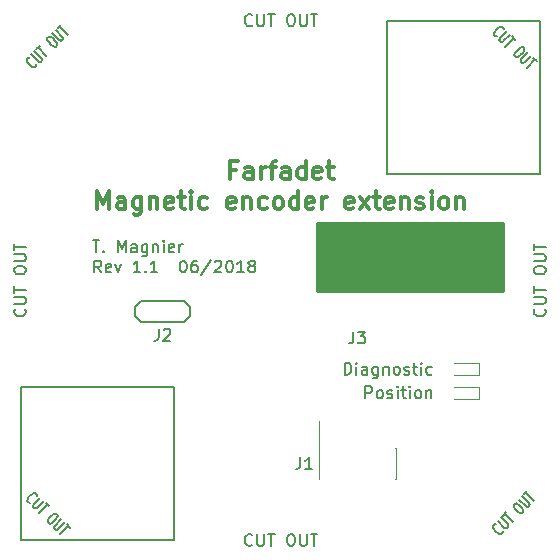
<source format=gto>
G04 #@! TF.FileFunction,Legend,Top*
%FSLAX46Y46*%
G04 Gerber Fmt 4.6, Leading zero omitted, Abs format (unit mm)*
G04 Created by KiCad (PCBNEW 4.0.7) date Tue Jun 12 13:47:43 2018*
%MOMM*%
%LPD*%
G01*
G04 APERTURE LIST*
%ADD10C,0.100000*%
%ADD11C,0.200000*%
%ADD12C,0.300000*%
%ADD13C,0.150000*%
%ADD14C,0.120000*%
%ADD15C,0.254000*%
G04 APERTURE END LIST*
D10*
D11*
X34428571Y21047619D02*
X34428571Y22047619D01*
X34666666Y22047619D01*
X34809524Y22000000D01*
X34904762Y21904762D01*
X34952381Y21809524D01*
X35000000Y21619048D01*
X35000000Y21476190D01*
X34952381Y21285714D01*
X34904762Y21190476D01*
X34809524Y21095238D01*
X34666666Y21047619D01*
X34428571Y21047619D01*
X35428571Y21047619D02*
X35428571Y21714286D01*
X35428571Y22047619D02*
X35380952Y22000000D01*
X35428571Y21952381D01*
X35476190Y22000000D01*
X35428571Y22047619D01*
X35428571Y21952381D01*
X36333333Y21047619D02*
X36333333Y21571429D01*
X36285714Y21666667D01*
X36190476Y21714286D01*
X35999999Y21714286D01*
X35904761Y21666667D01*
X36333333Y21095238D02*
X36238095Y21047619D01*
X35999999Y21047619D01*
X35904761Y21095238D01*
X35857142Y21190476D01*
X35857142Y21285714D01*
X35904761Y21380952D01*
X35999999Y21428571D01*
X36238095Y21428571D01*
X36333333Y21476190D01*
X37238095Y21714286D02*
X37238095Y20904762D01*
X37190476Y20809524D01*
X37142857Y20761905D01*
X37047618Y20714286D01*
X36904761Y20714286D01*
X36809523Y20761905D01*
X37238095Y21095238D02*
X37142857Y21047619D01*
X36952380Y21047619D01*
X36857142Y21095238D01*
X36809523Y21142857D01*
X36761904Y21238095D01*
X36761904Y21523810D01*
X36809523Y21619048D01*
X36857142Y21666667D01*
X36952380Y21714286D01*
X37142857Y21714286D01*
X37238095Y21666667D01*
X37714285Y21714286D02*
X37714285Y21047619D01*
X37714285Y21619048D02*
X37761904Y21666667D01*
X37857142Y21714286D01*
X38000000Y21714286D01*
X38095238Y21666667D01*
X38142857Y21571429D01*
X38142857Y21047619D01*
X38761904Y21047619D02*
X38666666Y21095238D01*
X38619047Y21142857D01*
X38571428Y21238095D01*
X38571428Y21523810D01*
X38619047Y21619048D01*
X38666666Y21666667D01*
X38761904Y21714286D01*
X38904762Y21714286D01*
X39000000Y21666667D01*
X39047619Y21619048D01*
X39095238Y21523810D01*
X39095238Y21238095D01*
X39047619Y21142857D01*
X39000000Y21095238D01*
X38904762Y21047619D01*
X38761904Y21047619D01*
X39476190Y21095238D02*
X39571428Y21047619D01*
X39761904Y21047619D01*
X39857143Y21095238D01*
X39904762Y21190476D01*
X39904762Y21238095D01*
X39857143Y21333333D01*
X39761904Y21380952D01*
X39619047Y21380952D01*
X39523809Y21428571D01*
X39476190Y21523810D01*
X39476190Y21571429D01*
X39523809Y21666667D01*
X39619047Y21714286D01*
X39761904Y21714286D01*
X39857143Y21666667D01*
X40190476Y21714286D02*
X40571428Y21714286D01*
X40333333Y22047619D02*
X40333333Y21190476D01*
X40380952Y21095238D01*
X40476190Y21047619D01*
X40571428Y21047619D01*
X40904762Y21047619D02*
X40904762Y21714286D01*
X40904762Y22047619D02*
X40857143Y22000000D01*
X40904762Y21952381D01*
X40952381Y22000000D01*
X40904762Y22047619D01*
X40904762Y21952381D01*
X41809524Y21095238D02*
X41714286Y21047619D01*
X41523809Y21047619D01*
X41428571Y21095238D01*
X41380952Y21142857D01*
X41333333Y21238095D01*
X41333333Y21523810D01*
X41380952Y21619048D01*
X41428571Y21666667D01*
X41523809Y21714286D01*
X41714286Y21714286D01*
X41809524Y21666667D01*
X36190476Y19047619D02*
X36190476Y20047619D01*
X36571429Y20047619D01*
X36666667Y20000000D01*
X36714286Y19952381D01*
X36761905Y19857143D01*
X36761905Y19714286D01*
X36714286Y19619048D01*
X36666667Y19571429D01*
X36571429Y19523810D01*
X36190476Y19523810D01*
X37333333Y19047619D02*
X37238095Y19095238D01*
X37190476Y19142857D01*
X37142857Y19238095D01*
X37142857Y19523810D01*
X37190476Y19619048D01*
X37238095Y19666667D01*
X37333333Y19714286D01*
X37476191Y19714286D01*
X37571429Y19666667D01*
X37619048Y19619048D01*
X37666667Y19523810D01*
X37666667Y19238095D01*
X37619048Y19142857D01*
X37571429Y19095238D01*
X37476191Y19047619D01*
X37333333Y19047619D01*
X38047619Y19095238D02*
X38142857Y19047619D01*
X38333333Y19047619D01*
X38428572Y19095238D01*
X38476191Y19190476D01*
X38476191Y19238095D01*
X38428572Y19333333D01*
X38333333Y19380952D01*
X38190476Y19380952D01*
X38095238Y19428571D01*
X38047619Y19523810D01*
X38047619Y19571429D01*
X38095238Y19666667D01*
X38190476Y19714286D01*
X38333333Y19714286D01*
X38428572Y19666667D01*
X38904762Y19047619D02*
X38904762Y19714286D01*
X38904762Y20047619D02*
X38857143Y20000000D01*
X38904762Y19952381D01*
X38952381Y20000000D01*
X38904762Y20047619D01*
X38904762Y19952381D01*
X39238095Y19714286D02*
X39619047Y19714286D01*
X39380952Y20047619D02*
X39380952Y19190476D01*
X39428571Y19095238D01*
X39523809Y19047619D01*
X39619047Y19047619D01*
X39952381Y19047619D02*
X39952381Y19714286D01*
X39952381Y20047619D02*
X39904762Y20000000D01*
X39952381Y19952381D01*
X40000000Y20000000D01*
X39952381Y20047619D01*
X39952381Y19952381D01*
X40571428Y19047619D02*
X40476190Y19095238D01*
X40428571Y19142857D01*
X40380952Y19238095D01*
X40380952Y19523810D01*
X40428571Y19619048D01*
X40476190Y19666667D01*
X40571428Y19714286D01*
X40714286Y19714286D01*
X40809524Y19666667D01*
X40857143Y19619048D01*
X40904762Y19523810D01*
X40904762Y19238095D01*
X40857143Y19142857D01*
X40809524Y19095238D01*
X40714286Y19047619D01*
X40571428Y19047619D01*
X41333333Y19714286D02*
X41333333Y19047619D01*
X41333333Y19619048D02*
X41380952Y19666667D01*
X41476190Y19714286D01*
X41619048Y19714286D01*
X41714286Y19666667D01*
X41761905Y19571429D01*
X41761905Y19047619D01*
X13095238Y32397619D02*
X13666667Y32397619D01*
X13380952Y31397619D02*
X13380952Y32397619D01*
X14000000Y31492857D02*
X14047619Y31445238D01*
X14000000Y31397619D01*
X13952381Y31445238D01*
X14000000Y31492857D01*
X14000000Y31397619D01*
X15238095Y31397619D02*
X15238095Y32397619D01*
X15571429Y31683333D01*
X15904762Y32397619D01*
X15904762Y31397619D01*
X16809524Y31397619D02*
X16809524Y31921429D01*
X16761905Y32016667D01*
X16666667Y32064286D01*
X16476190Y32064286D01*
X16380952Y32016667D01*
X16809524Y31445238D02*
X16714286Y31397619D01*
X16476190Y31397619D01*
X16380952Y31445238D01*
X16333333Y31540476D01*
X16333333Y31635714D01*
X16380952Y31730952D01*
X16476190Y31778571D01*
X16714286Y31778571D01*
X16809524Y31826190D01*
X17714286Y32064286D02*
X17714286Y31254762D01*
X17666667Y31159524D01*
X17619048Y31111905D01*
X17523809Y31064286D01*
X17380952Y31064286D01*
X17285714Y31111905D01*
X17714286Y31445238D02*
X17619048Y31397619D01*
X17428571Y31397619D01*
X17333333Y31445238D01*
X17285714Y31492857D01*
X17238095Y31588095D01*
X17238095Y31873810D01*
X17285714Y31969048D01*
X17333333Y32016667D01*
X17428571Y32064286D01*
X17619048Y32064286D01*
X17714286Y32016667D01*
X18190476Y32064286D02*
X18190476Y31397619D01*
X18190476Y31969048D02*
X18238095Y32016667D01*
X18333333Y32064286D01*
X18476191Y32064286D01*
X18571429Y32016667D01*
X18619048Y31921429D01*
X18619048Y31397619D01*
X19095238Y31397619D02*
X19095238Y32064286D01*
X19095238Y32397619D02*
X19047619Y32350000D01*
X19095238Y32302381D01*
X19142857Y32350000D01*
X19095238Y32397619D01*
X19095238Y32302381D01*
X19952381Y31445238D02*
X19857143Y31397619D01*
X19666666Y31397619D01*
X19571428Y31445238D01*
X19523809Y31540476D01*
X19523809Y31921429D01*
X19571428Y32016667D01*
X19666666Y32064286D01*
X19857143Y32064286D01*
X19952381Y32016667D01*
X20000000Y31921429D01*
X20000000Y31826190D01*
X19523809Y31730952D01*
X20428571Y31397619D02*
X20428571Y32064286D01*
X20428571Y31873810D02*
X20476190Y31969048D01*
X20523809Y32016667D01*
X20619047Y32064286D01*
X20714286Y32064286D01*
X13809524Y29697619D02*
X13476190Y30173810D01*
X13238095Y29697619D02*
X13238095Y30697619D01*
X13619048Y30697619D01*
X13714286Y30650000D01*
X13761905Y30602381D01*
X13809524Y30507143D01*
X13809524Y30364286D01*
X13761905Y30269048D01*
X13714286Y30221429D01*
X13619048Y30173810D01*
X13238095Y30173810D01*
X14619048Y29745238D02*
X14523810Y29697619D01*
X14333333Y29697619D01*
X14238095Y29745238D01*
X14190476Y29840476D01*
X14190476Y30221429D01*
X14238095Y30316667D01*
X14333333Y30364286D01*
X14523810Y30364286D01*
X14619048Y30316667D01*
X14666667Y30221429D01*
X14666667Y30126190D01*
X14190476Y30030952D01*
X15000000Y30364286D02*
X15238095Y29697619D01*
X15476191Y30364286D01*
X17142858Y29697619D02*
X16571429Y29697619D01*
X16857143Y29697619D02*
X16857143Y30697619D01*
X16761905Y30554762D01*
X16666667Y30459524D01*
X16571429Y30411905D01*
X17571429Y29792857D02*
X17619048Y29745238D01*
X17571429Y29697619D01*
X17523810Y29745238D01*
X17571429Y29792857D01*
X17571429Y29697619D01*
X18571429Y29697619D02*
X18000000Y29697619D01*
X18285714Y29697619D02*
X18285714Y30697619D01*
X18190476Y30554762D01*
X18095238Y30459524D01*
X18000000Y30411905D01*
X20714286Y30697619D02*
X20809525Y30697619D01*
X20904763Y30650000D01*
X20952382Y30602381D01*
X21000001Y30507143D01*
X21047620Y30316667D01*
X21047620Y30078571D01*
X21000001Y29888095D01*
X20952382Y29792857D01*
X20904763Y29745238D01*
X20809525Y29697619D01*
X20714286Y29697619D01*
X20619048Y29745238D01*
X20571429Y29792857D01*
X20523810Y29888095D01*
X20476191Y30078571D01*
X20476191Y30316667D01*
X20523810Y30507143D01*
X20571429Y30602381D01*
X20619048Y30650000D01*
X20714286Y30697619D01*
X21904763Y30697619D02*
X21714286Y30697619D01*
X21619048Y30650000D01*
X21571429Y30602381D01*
X21476191Y30459524D01*
X21428572Y30269048D01*
X21428572Y29888095D01*
X21476191Y29792857D01*
X21523810Y29745238D01*
X21619048Y29697619D01*
X21809525Y29697619D01*
X21904763Y29745238D01*
X21952382Y29792857D01*
X22000001Y29888095D01*
X22000001Y30126190D01*
X21952382Y30221429D01*
X21904763Y30269048D01*
X21809525Y30316667D01*
X21619048Y30316667D01*
X21523810Y30269048D01*
X21476191Y30221429D01*
X21428572Y30126190D01*
X23142858Y30745238D02*
X22285715Y29459524D01*
X23428572Y30602381D02*
X23476191Y30650000D01*
X23571429Y30697619D01*
X23809525Y30697619D01*
X23904763Y30650000D01*
X23952382Y30602381D01*
X24000001Y30507143D01*
X24000001Y30411905D01*
X23952382Y30269048D01*
X23380953Y29697619D01*
X24000001Y29697619D01*
X24619048Y30697619D02*
X24714287Y30697619D01*
X24809525Y30650000D01*
X24857144Y30602381D01*
X24904763Y30507143D01*
X24952382Y30316667D01*
X24952382Y30078571D01*
X24904763Y29888095D01*
X24857144Y29792857D01*
X24809525Y29745238D01*
X24714287Y29697619D01*
X24619048Y29697619D01*
X24523810Y29745238D01*
X24476191Y29792857D01*
X24428572Y29888095D01*
X24380953Y30078571D01*
X24380953Y30316667D01*
X24428572Y30507143D01*
X24476191Y30602381D01*
X24523810Y30650000D01*
X24619048Y30697619D01*
X25904763Y29697619D02*
X25333334Y29697619D01*
X25619048Y29697619D02*
X25619048Y30697619D01*
X25523810Y30554762D01*
X25428572Y30459524D01*
X25333334Y30411905D01*
X26476191Y30269048D02*
X26380953Y30316667D01*
X26333334Y30364286D01*
X26285715Y30459524D01*
X26285715Y30507143D01*
X26333334Y30602381D01*
X26380953Y30650000D01*
X26476191Y30697619D01*
X26666668Y30697619D01*
X26761906Y30650000D01*
X26809525Y30602381D01*
X26857144Y30507143D01*
X26857144Y30459524D01*
X26809525Y30364286D01*
X26761906Y30316667D01*
X26666668Y30269048D01*
X26476191Y30269048D01*
X26380953Y30221429D01*
X26333334Y30173810D01*
X26285715Y30078571D01*
X26285715Y29888095D01*
X26333334Y29792857D01*
X26380953Y29745238D01*
X26476191Y29697619D01*
X26666668Y29697619D01*
X26761906Y29745238D01*
X26809525Y29792857D01*
X26857144Y29888095D01*
X26857144Y30078571D01*
X26809525Y30173810D01*
X26761906Y30221429D01*
X26666668Y30269048D01*
D12*
X25214286Y38382143D02*
X24714286Y38382143D01*
X24714286Y37596429D02*
X24714286Y39096429D01*
X25428572Y39096429D01*
X26642857Y37596429D02*
X26642857Y38382143D01*
X26571428Y38525000D01*
X26428571Y38596429D01*
X26142857Y38596429D01*
X26000000Y38525000D01*
X26642857Y37667857D02*
X26500000Y37596429D01*
X26142857Y37596429D01*
X26000000Y37667857D01*
X25928571Y37810714D01*
X25928571Y37953571D01*
X26000000Y38096429D01*
X26142857Y38167857D01*
X26500000Y38167857D01*
X26642857Y38239286D01*
X27357143Y37596429D02*
X27357143Y38596429D01*
X27357143Y38310714D02*
X27428571Y38453571D01*
X27500000Y38525000D01*
X27642857Y38596429D01*
X27785714Y38596429D01*
X28071428Y38596429D02*
X28642857Y38596429D01*
X28285714Y37596429D02*
X28285714Y38882143D01*
X28357142Y39025000D01*
X28500000Y39096429D01*
X28642857Y39096429D01*
X29785714Y37596429D02*
X29785714Y38382143D01*
X29714285Y38525000D01*
X29571428Y38596429D01*
X29285714Y38596429D01*
X29142857Y38525000D01*
X29785714Y37667857D02*
X29642857Y37596429D01*
X29285714Y37596429D01*
X29142857Y37667857D01*
X29071428Y37810714D01*
X29071428Y37953571D01*
X29142857Y38096429D01*
X29285714Y38167857D01*
X29642857Y38167857D01*
X29785714Y38239286D01*
X31142857Y37596429D02*
X31142857Y39096429D01*
X31142857Y37667857D02*
X31000000Y37596429D01*
X30714286Y37596429D01*
X30571428Y37667857D01*
X30500000Y37739286D01*
X30428571Y37882143D01*
X30428571Y38310714D01*
X30500000Y38453571D01*
X30571428Y38525000D01*
X30714286Y38596429D01*
X31000000Y38596429D01*
X31142857Y38525000D01*
X32428571Y37667857D02*
X32285714Y37596429D01*
X32000000Y37596429D01*
X31857143Y37667857D01*
X31785714Y37810714D01*
X31785714Y38382143D01*
X31857143Y38525000D01*
X32000000Y38596429D01*
X32285714Y38596429D01*
X32428571Y38525000D01*
X32500000Y38382143D01*
X32500000Y38239286D01*
X31785714Y38096429D01*
X32928571Y38596429D02*
X33500000Y38596429D01*
X33142857Y39096429D02*
X33142857Y37810714D01*
X33214285Y37667857D01*
X33357143Y37596429D01*
X33500000Y37596429D01*
X13500000Y35046429D02*
X13500000Y36546429D01*
X14000000Y35475000D01*
X14500000Y36546429D01*
X14500000Y35046429D01*
X15857143Y35046429D02*
X15857143Y35832143D01*
X15785714Y35975000D01*
X15642857Y36046429D01*
X15357143Y36046429D01*
X15214286Y35975000D01*
X15857143Y35117857D02*
X15714286Y35046429D01*
X15357143Y35046429D01*
X15214286Y35117857D01*
X15142857Y35260714D01*
X15142857Y35403571D01*
X15214286Y35546429D01*
X15357143Y35617857D01*
X15714286Y35617857D01*
X15857143Y35689286D01*
X17214286Y36046429D02*
X17214286Y34832143D01*
X17142857Y34689286D01*
X17071429Y34617857D01*
X16928572Y34546429D01*
X16714286Y34546429D01*
X16571429Y34617857D01*
X17214286Y35117857D02*
X17071429Y35046429D01*
X16785715Y35046429D01*
X16642857Y35117857D01*
X16571429Y35189286D01*
X16500000Y35332143D01*
X16500000Y35760714D01*
X16571429Y35903571D01*
X16642857Y35975000D01*
X16785715Y36046429D01*
X17071429Y36046429D01*
X17214286Y35975000D01*
X17928572Y36046429D02*
X17928572Y35046429D01*
X17928572Y35903571D02*
X18000000Y35975000D01*
X18142858Y36046429D01*
X18357143Y36046429D01*
X18500000Y35975000D01*
X18571429Y35832143D01*
X18571429Y35046429D01*
X19857143Y35117857D02*
X19714286Y35046429D01*
X19428572Y35046429D01*
X19285715Y35117857D01*
X19214286Y35260714D01*
X19214286Y35832143D01*
X19285715Y35975000D01*
X19428572Y36046429D01*
X19714286Y36046429D01*
X19857143Y35975000D01*
X19928572Y35832143D01*
X19928572Y35689286D01*
X19214286Y35546429D01*
X20357143Y36046429D02*
X20928572Y36046429D01*
X20571429Y36546429D02*
X20571429Y35260714D01*
X20642857Y35117857D01*
X20785715Y35046429D01*
X20928572Y35046429D01*
X21428572Y35046429D02*
X21428572Y36046429D01*
X21428572Y36546429D02*
X21357143Y36475000D01*
X21428572Y36403571D01*
X21500000Y36475000D01*
X21428572Y36546429D01*
X21428572Y36403571D01*
X22785715Y35117857D02*
X22642858Y35046429D01*
X22357144Y35046429D01*
X22214286Y35117857D01*
X22142858Y35189286D01*
X22071429Y35332143D01*
X22071429Y35760714D01*
X22142858Y35903571D01*
X22214286Y35975000D01*
X22357144Y36046429D01*
X22642858Y36046429D01*
X22785715Y35975000D01*
X25142857Y35117857D02*
X25000000Y35046429D01*
X24714286Y35046429D01*
X24571429Y35117857D01*
X24500000Y35260714D01*
X24500000Y35832143D01*
X24571429Y35975000D01*
X24714286Y36046429D01*
X25000000Y36046429D01*
X25142857Y35975000D01*
X25214286Y35832143D01*
X25214286Y35689286D01*
X24500000Y35546429D01*
X25857143Y36046429D02*
X25857143Y35046429D01*
X25857143Y35903571D02*
X25928571Y35975000D01*
X26071429Y36046429D01*
X26285714Y36046429D01*
X26428571Y35975000D01*
X26500000Y35832143D01*
X26500000Y35046429D01*
X27857143Y35117857D02*
X27714286Y35046429D01*
X27428572Y35046429D01*
X27285714Y35117857D01*
X27214286Y35189286D01*
X27142857Y35332143D01*
X27142857Y35760714D01*
X27214286Y35903571D01*
X27285714Y35975000D01*
X27428572Y36046429D01*
X27714286Y36046429D01*
X27857143Y35975000D01*
X28714286Y35046429D02*
X28571428Y35117857D01*
X28500000Y35189286D01*
X28428571Y35332143D01*
X28428571Y35760714D01*
X28500000Y35903571D01*
X28571428Y35975000D01*
X28714286Y36046429D01*
X28928571Y36046429D01*
X29071428Y35975000D01*
X29142857Y35903571D01*
X29214286Y35760714D01*
X29214286Y35332143D01*
X29142857Y35189286D01*
X29071428Y35117857D01*
X28928571Y35046429D01*
X28714286Y35046429D01*
X30500000Y35046429D02*
X30500000Y36546429D01*
X30500000Y35117857D02*
X30357143Y35046429D01*
X30071429Y35046429D01*
X29928571Y35117857D01*
X29857143Y35189286D01*
X29785714Y35332143D01*
X29785714Y35760714D01*
X29857143Y35903571D01*
X29928571Y35975000D01*
X30071429Y36046429D01*
X30357143Y36046429D01*
X30500000Y35975000D01*
X31785714Y35117857D02*
X31642857Y35046429D01*
X31357143Y35046429D01*
X31214286Y35117857D01*
X31142857Y35260714D01*
X31142857Y35832143D01*
X31214286Y35975000D01*
X31357143Y36046429D01*
X31642857Y36046429D01*
X31785714Y35975000D01*
X31857143Y35832143D01*
X31857143Y35689286D01*
X31142857Y35546429D01*
X32500000Y35046429D02*
X32500000Y36046429D01*
X32500000Y35760714D02*
X32571428Y35903571D01*
X32642857Y35975000D01*
X32785714Y36046429D01*
X32928571Y36046429D01*
X35142856Y35117857D02*
X34999999Y35046429D01*
X34714285Y35046429D01*
X34571428Y35117857D01*
X34499999Y35260714D01*
X34499999Y35832143D01*
X34571428Y35975000D01*
X34714285Y36046429D01*
X34999999Y36046429D01*
X35142856Y35975000D01*
X35214285Y35832143D01*
X35214285Y35689286D01*
X34499999Y35546429D01*
X35714285Y35046429D02*
X36499999Y36046429D01*
X35714285Y36046429D02*
X36499999Y35046429D01*
X36857142Y36046429D02*
X37428571Y36046429D01*
X37071428Y36546429D02*
X37071428Y35260714D01*
X37142856Y35117857D01*
X37285714Y35046429D01*
X37428571Y35046429D01*
X38499999Y35117857D02*
X38357142Y35046429D01*
X38071428Y35046429D01*
X37928571Y35117857D01*
X37857142Y35260714D01*
X37857142Y35832143D01*
X37928571Y35975000D01*
X38071428Y36046429D01*
X38357142Y36046429D01*
X38499999Y35975000D01*
X38571428Y35832143D01*
X38571428Y35689286D01*
X37857142Y35546429D01*
X39214285Y36046429D02*
X39214285Y35046429D01*
X39214285Y35903571D02*
X39285713Y35975000D01*
X39428571Y36046429D01*
X39642856Y36046429D01*
X39785713Y35975000D01*
X39857142Y35832143D01*
X39857142Y35046429D01*
X40499999Y35117857D02*
X40642856Y35046429D01*
X40928571Y35046429D01*
X41071428Y35117857D01*
X41142856Y35260714D01*
X41142856Y35332143D01*
X41071428Y35475000D01*
X40928571Y35546429D01*
X40714285Y35546429D01*
X40571428Y35617857D01*
X40499999Y35760714D01*
X40499999Y35832143D01*
X40571428Y35975000D01*
X40714285Y36046429D01*
X40928571Y36046429D01*
X41071428Y35975000D01*
X41785714Y35046429D02*
X41785714Y36046429D01*
X41785714Y36546429D02*
X41714285Y36475000D01*
X41785714Y36403571D01*
X41857142Y36475000D01*
X41785714Y36546429D01*
X41785714Y36403571D01*
X42714286Y35046429D02*
X42571428Y35117857D01*
X42500000Y35189286D01*
X42428571Y35332143D01*
X42428571Y35760714D01*
X42500000Y35903571D01*
X42571428Y35975000D01*
X42714286Y36046429D01*
X42928571Y36046429D01*
X43071428Y35975000D01*
X43142857Y35903571D01*
X43214286Y35760714D01*
X43214286Y35332143D01*
X43142857Y35189286D01*
X43071428Y35117857D01*
X42928571Y35046429D01*
X42714286Y35046429D01*
X43857143Y36046429D02*
X43857143Y35046429D01*
X43857143Y35903571D02*
X43928571Y35975000D01*
X44071429Y36046429D01*
X44285714Y36046429D01*
X44428571Y35975000D01*
X44500000Y35832143D01*
X44500000Y35046429D01*
D13*
X47812243Y7807166D02*
X47822344Y7749924D01*
X47785305Y7645541D01*
X47738165Y7598401D01*
X47633782Y7561363D01*
X47519298Y7581565D01*
X47428385Y7625339D01*
X47270127Y7736455D01*
X47169111Y7837471D01*
X47057995Y7995728D01*
X47014222Y8086642D01*
X46994019Y8201126D01*
X47031058Y8305508D01*
X47078198Y8352648D01*
X47182580Y8389687D01*
X47239823Y8379586D01*
X47384611Y8659062D02*
X47957031Y8086642D01*
X48047945Y8042868D01*
X48105186Y8032767D01*
X48185999Y8046236D01*
X48280280Y8140516D01*
X48293749Y8221329D01*
X48283647Y8278570D01*
X48239874Y8369484D01*
X47667454Y8941904D01*
X47832446Y9106896D02*
X48115288Y9389738D01*
X48680974Y8541210D02*
X47973867Y9248317D01*
X48751684Y10026134D02*
X48845964Y10120415D01*
X48926777Y10133883D01*
X49041261Y10113681D01*
X49199518Y10002564D01*
X49435220Y9766861D01*
X49546337Y9608604D01*
X49566540Y9494120D01*
X49553071Y9413308D01*
X49458790Y9319027D01*
X49377978Y9305558D01*
X49263495Y9325762D01*
X49105237Y9436878D01*
X48869534Y9672580D01*
X48758418Y9830838D01*
X48738215Y9945321D01*
X48751684Y10026134D01*
X49175948Y10450398D02*
X49748368Y9877978D01*
X49839281Y9834205D01*
X49896523Y9824103D01*
X49977335Y9837572D01*
X50071616Y9931852D01*
X50085085Y10012665D01*
X50074983Y10069907D01*
X50031210Y10160821D01*
X49458790Y10733241D01*
X49623782Y10898232D02*
X49906624Y11181075D01*
X50472310Y10332547D02*
X49765203Y11039653D01*
X8312243Y47307166D02*
X8322344Y47249924D01*
X8285305Y47145541D01*
X8238165Y47098401D01*
X8133782Y47061363D01*
X8019298Y47081565D01*
X7928385Y47125339D01*
X7770127Y47236455D01*
X7669111Y47337471D01*
X7557995Y47495728D01*
X7514222Y47586642D01*
X7494019Y47701126D01*
X7531058Y47805508D01*
X7578198Y47852648D01*
X7682580Y47889687D01*
X7739823Y47879586D01*
X7884611Y48159062D02*
X8457031Y47586642D01*
X8547945Y47542868D01*
X8605186Y47532767D01*
X8685999Y47546236D01*
X8780280Y47640516D01*
X8793749Y47721329D01*
X8783647Y47778570D01*
X8739874Y47869484D01*
X8167454Y48441904D01*
X8332446Y48606896D02*
X8615288Y48889738D01*
X9180974Y48041210D02*
X8473867Y48748317D01*
X9251684Y49526134D02*
X9345964Y49620415D01*
X9426777Y49633883D01*
X9541261Y49613681D01*
X9699518Y49502564D01*
X9935220Y49266861D01*
X10046337Y49108604D01*
X10066540Y48994120D01*
X10053071Y48913308D01*
X9958790Y48819027D01*
X9877978Y48805558D01*
X9763495Y48825762D01*
X9605237Y48936878D01*
X9369534Y49172580D01*
X9258418Y49330838D01*
X9238215Y49445321D01*
X9251684Y49526134D01*
X9675948Y49950398D02*
X10248368Y49377978D01*
X10339281Y49334205D01*
X10396523Y49324103D01*
X10477335Y49337572D01*
X10571616Y49431852D01*
X10585085Y49512665D01*
X10574983Y49569907D01*
X10531210Y49660821D01*
X9958790Y50233241D01*
X10123782Y50398232D02*
X10406624Y50681075D01*
X10972310Y49832547D02*
X10265203Y50539653D01*
X47307166Y49687757D02*
X47249924Y49677656D01*
X47145541Y49714695D01*
X47098401Y49761835D01*
X47061363Y49866218D01*
X47081565Y49980702D01*
X47125339Y50071615D01*
X47236455Y50229873D01*
X47337471Y50330889D01*
X47495728Y50442005D01*
X47586642Y50485778D01*
X47701126Y50505981D01*
X47805508Y50468942D01*
X47852648Y50421802D01*
X47889687Y50317420D01*
X47879586Y50260177D01*
X48159062Y50115389D02*
X47586642Y49542969D01*
X47542868Y49452055D01*
X47532767Y49394814D01*
X47546236Y49314001D01*
X47640516Y49219720D01*
X47721329Y49206251D01*
X47778570Y49216353D01*
X47869484Y49260126D01*
X48441904Y49832546D01*
X48606896Y49667554D02*
X48889738Y49384712D01*
X48041210Y48819026D02*
X48748317Y49526133D01*
X49526134Y48748316D02*
X49620415Y48654036D01*
X49633883Y48573223D01*
X49613681Y48458739D01*
X49502564Y48300482D01*
X49266861Y48064780D01*
X49108604Y47953663D01*
X48994120Y47933460D01*
X48913308Y47946929D01*
X48819027Y48041210D01*
X48805558Y48122022D01*
X48825762Y48236505D01*
X48936878Y48394763D01*
X49172580Y48630466D01*
X49330838Y48741582D01*
X49445321Y48761785D01*
X49526134Y48748316D01*
X49950398Y48324052D02*
X49377978Y47751632D01*
X49334205Y47660719D01*
X49324103Y47603477D01*
X49337572Y47522665D01*
X49431852Y47428384D01*
X49512665Y47414915D01*
X49569907Y47425017D01*
X49660821Y47468790D01*
X50233241Y48041210D01*
X50398232Y47876218D02*
X50681075Y47593376D01*
X49832547Y47027690D02*
X50539653Y47734797D01*
X7807166Y10187757D02*
X7749924Y10177656D01*
X7645541Y10214695D01*
X7598401Y10261835D01*
X7561363Y10366218D01*
X7581565Y10480702D01*
X7625339Y10571615D01*
X7736455Y10729873D01*
X7837471Y10830889D01*
X7995728Y10942005D01*
X8086642Y10985778D01*
X8201126Y11005981D01*
X8305508Y10968942D01*
X8352648Y10921802D01*
X8389687Y10817420D01*
X8379586Y10760177D01*
X8659062Y10615389D02*
X8086642Y10042969D01*
X8042868Y9952055D01*
X8032767Y9894814D01*
X8046236Y9814001D01*
X8140516Y9719720D01*
X8221329Y9706251D01*
X8278570Y9716353D01*
X8369484Y9760126D01*
X8941904Y10332546D01*
X9106896Y10167554D02*
X9389738Y9884712D01*
X8541210Y9319026D02*
X9248317Y10026133D01*
X10026134Y9248316D02*
X10120415Y9154036D01*
X10133883Y9073223D01*
X10113681Y8958739D01*
X10002564Y8800482D01*
X9766861Y8564780D01*
X9608604Y8453663D01*
X9494120Y8433460D01*
X9413308Y8446929D01*
X9319027Y8541210D01*
X9305558Y8622022D01*
X9325762Y8736505D01*
X9436878Y8894763D01*
X9672580Y9130466D01*
X9830838Y9241582D01*
X9945321Y9261785D01*
X10026134Y9248316D01*
X10450398Y8824052D02*
X9877978Y8251632D01*
X9834205Y8160719D01*
X9824103Y8103477D01*
X9837572Y8022665D01*
X9931852Y7928384D01*
X10012665Y7914915D01*
X10069907Y7925017D01*
X10160821Y7968790D01*
X10733241Y8541210D01*
X10898232Y8376218D02*
X11181075Y8093376D01*
X10332547Y7527690D02*
X11039653Y8234797D01*
D11*
X51000000Y51000000D02*
X38000000Y51000000D01*
X51000000Y38000000D02*
X51000000Y51000000D01*
X38000000Y38000000D02*
X51000000Y38000000D01*
X38000000Y51000000D02*
X38000000Y38000000D01*
X7000000Y20000000D02*
X20000000Y20000000D01*
X7000000Y7000000D02*
X7000000Y20000000D01*
X20000000Y7000000D02*
X7000000Y7000000D01*
X20000000Y20000000D02*
X20000000Y7000000D01*
D13*
X26595238Y6642857D02*
X26547619Y6595238D01*
X26404762Y6547619D01*
X26309524Y6547619D01*
X26166666Y6595238D01*
X26071428Y6690476D01*
X26023809Y6785714D01*
X25976190Y6976190D01*
X25976190Y7119048D01*
X26023809Y7309524D01*
X26071428Y7404762D01*
X26166666Y7500000D01*
X26309524Y7547619D01*
X26404762Y7547619D01*
X26547619Y7500000D01*
X26595238Y7452381D01*
X27023809Y7547619D02*
X27023809Y6738095D01*
X27071428Y6642857D01*
X27119047Y6595238D01*
X27214285Y6547619D01*
X27404762Y6547619D01*
X27500000Y6595238D01*
X27547619Y6642857D01*
X27595238Y6738095D01*
X27595238Y7547619D01*
X27928571Y7547619D02*
X28500000Y7547619D01*
X28214285Y6547619D02*
X28214285Y7547619D01*
X29785714Y7547619D02*
X29976191Y7547619D01*
X30071429Y7500000D01*
X30166667Y7404762D01*
X30214286Y7214286D01*
X30214286Y6880952D01*
X30166667Y6690476D01*
X30071429Y6595238D01*
X29976191Y6547619D01*
X29785714Y6547619D01*
X29690476Y6595238D01*
X29595238Y6690476D01*
X29547619Y6880952D01*
X29547619Y7214286D01*
X29595238Y7404762D01*
X29690476Y7500000D01*
X29785714Y7547619D01*
X30642857Y7547619D02*
X30642857Y6738095D01*
X30690476Y6642857D01*
X30738095Y6595238D01*
X30833333Y6547619D01*
X31023810Y6547619D01*
X31119048Y6595238D01*
X31166667Y6642857D01*
X31214286Y6738095D01*
X31214286Y7547619D01*
X31547619Y7547619D02*
X32119048Y7547619D01*
X31833333Y6547619D02*
X31833333Y7547619D01*
X51357143Y26595238D02*
X51404762Y26547619D01*
X51452381Y26404762D01*
X51452381Y26309524D01*
X51404762Y26166666D01*
X51309524Y26071428D01*
X51214286Y26023809D01*
X51023810Y25976190D01*
X50880952Y25976190D01*
X50690476Y26023809D01*
X50595238Y26071428D01*
X50500000Y26166666D01*
X50452381Y26309524D01*
X50452381Y26404762D01*
X50500000Y26547619D01*
X50547619Y26595238D01*
X50452381Y27023809D02*
X51261905Y27023809D01*
X51357143Y27071428D01*
X51404762Y27119047D01*
X51452381Y27214285D01*
X51452381Y27404762D01*
X51404762Y27500000D01*
X51357143Y27547619D01*
X51261905Y27595238D01*
X50452381Y27595238D01*
X50452381Y27928571D02*
X50452381Y28500000D01*
X51452381Y28214285D02*
X50452381Y28214285D01*
X50452381Y29785714D02*
X50452381Y29976191D01*
X50500000Y30071429D01*
X50595238Y30166667D01*
X50785714Y30214286D01*
X51119048Y30214286D01*
X51309524Y30166667D01*
X51404762Y30071429D01*
X51452381Y29976191D01*
X51452381Y29785714D01*
X51404762Y29690476D01*
X51309524Y29595238D01*
X51119048Y29547619D01*
X50785714Y29547619D01*
X50595238Y29595238D01*
X50500000Y29690476D01*
X50452381Y29785714D01*
X50452381Y30642857D02*
X51261905Y30642857D01*
X51357143Y30690476D01*
X51404762Y30738095D01*
X51452381Y30833333D01*
X51452381Y31023810D01*
X51404762Y31119048D01*
X51357143Y31166667D01*
X51261905Y31214286D01*
X50452381Y31214286D01*
X50452381Y31547619D02*
X50452381Y32119048D01*
X51452381Y31833333D02*
X50452381Y31833333D01*
X7357143Y26595238D02*
X7404762Y26547619D01*
X7452381Y26404762D01*
X7452381Y26309524D01*
X7404762Y26166666D01*
X7309524Y26071428D01*
X7214286Y26023809D01*
X7023810Y25976190D01*
X6880952Y25976190D01*
X6690476Y26023809D01*
X6595238Y26071428D01*
X6500000Y26166666D01*
X6452381Y26309524D01*
X6452381Y26404762D01*
X6500000Y26547619D01*
X6547619Y26595238D01*
X6452381Y27023809D02*
X7261905Y27023809D01*
X7357143Y27071428D01*
X7404762Y27119047D01*
X7452381Y27214285D01*
X7452381Y27404762D01*
X7404762Y27500000D01*
X7357143Y27547619D01*
X7261905Y27595238D01*
X6452381Y27595238D01*
X6452381Y27928571D02*
X6452381Y28500000D01*
X7452381Y28214285D02*
X6452381Y28214285D01*
X6452381Y29785714D02*
X6452381Y29976191D01*
X6500000Y30071429D01*
X6595238Y30166667D01*
X6785714Y30214286D01*
X7119048Y30214286D01*
X7309524Y30166667D01*
X7404762Y30071429D01*
X7452381Y29976191D01*
X7452381Y29785714D01*
X7404762Y29690476D01*
X7309524Y29595238D01*
X7119048Y29547619D01*
X6785714Y29547619D01*
X6595238Y29595238D01*
X6500000Y29690476D01*
X6452381Y29785714D01*
X6452381Y30642857D02*
X7261905Y30642857D01*
X7357143Y30690476D01*
X7404762Y30738095D01*
X7452381Y30833333D01*
X7452381Y31023810D01*
X7404762Y31119048D01*
X7357143Y31166667D01*
X7261905Y31214286D01*
X6452381Y31214286D01*
X6452381Y31547619D02*
X6452381Y32119048D01*
X7452381Y31833333D02*
X6452381Y31833333D01*
X26595238Y50642857D02*
X26547619Y50595238D01*
X26404762Y50547619D01*
X26309524Y50547619D01*
X26166666Y50595238D01*
X26071428Y50690476D01*
X26023809Y50785714D01*
X25976190Y50976190D01*
X25976190Y51119048D01*
X26023809Y51309524D01*
X26071428Y51404762D01*
X26166666Y51500000D01*
X26309524Y51547619D01*
X26404762Y51547619D01*
X26547619Y51500000D01*
X26595238Y51452381D01*
X27023809Y51547619D02*
X27023809Y50738095D01*
X27071428Y50642857D01*
X27119047Y50595238D01*
X27214285Y50547619D01*
X27404762Y50547619D01*
X27500000Y50595238D01*
X27547619Y50642857D01*
X27595238Y50738095D01*
X27595238Y51547619D01*
X27928571Y51547619D02*
X28500000Y51547619D01*
X28214285Y50547619D02*
X28214285Y51547619D01*
X29785714Y51547619D02*
X29976191Y51547619D01*
X30071429Y51500000D01*
X30166667Y51404762D01*
X30214286Y51214286D01*
X30214286Y50880952D01*
X30166667Y50690476D01*
X30071429Y50595238D01*
X29976191Y50547619D01*
X29785714Y50547619D01*
X29690476Y50595238D01*
X29595238Y50690476D01*
X29547619Y50880952D01*
X29547619Y51214286D01*
X29595238Y51404762D01*
X29690476Y51500000D01*
X29785714Y51547619D01*
X30642857Y51547619D02*
X30642857Y50738095D01*
X30690476Y50642857D01*
X30738095Y50595238D01*
X30833333Y50547619D01*
X31023810Y50547619D01*
X31119048Y50595238D01*
X31166667Y50642857D01*
X31214286Y50738095D01*
X31214286Y51547619D01*
X31547619Y51547619D02*
X32119048Y51547619D01*
X31833333Y50547619D02*
X31833333Y51547619D01*
D14*
X45800000Y21000000D02*
X45800000Y22000000D01*
X45800000Y22000000D02*
X43700000Y22000000D01*
X45800000Y21000000D02*
X43700000Y21000000D01*
X45800000Y19000000D02*
X45800000Y20000000D01*
X45800000Y20000000D02*
X43700000Y20000000D01*
X45800000Y19000000D02*
X43700000Y19000000D01*
X32285000Y12170000D02*
X32265000Y12170000D01*
X32265000Y12170000D02*
X32265000Y14830000D01*
X32265000Y14830000D02*
X32285000Y14830000D01*
X38715000Y12170000D02*
X38735000Y12170000D01*
X38735000Y12170000D02*
X38735000Y14830000D01*
X38735000Y14830000D02*
X38715000Y14830000D01*
X32285000Y17135000D02*
X32285000Y14830000D01*
D13*
X20810000Y25460000D02*
X17210000Y25460000D01*
X17210000Y25460000D02*
X16710000Y25960000D01*
X16710000Y25960000D02*
X16710000Y26760000D01*
X16710000Y26760000D02*
X17210000Y27260000D01*
X17210000Y27260000D02*
X20810000Y27260000D01*
X20810000Y27260000D02*
X21310000Y26760000D01*
X21310000Y26760000D02*
X21310000Y25960000D01*
X21310000Y25960000D02*
X20810000Y25460000D01*
X30666667Y14047619D02*
X30666667Y13333333D01*
X30619047Y13190476D01*
X30523809Y13095238D01*
X30380952Y13047619D01*
X30285714Y13047619D01*
X31666667Y13047619D02*
X31095238Y13047619D01*
X31380952Y13047619D02*
X31380952Y14047619D01*
X31285714Y13904762D01*
X31190476Y13809524D01*
X31095238Y13761905D01*
X18676667Y24907619D02*
X18676667Y24193333D01*
X18629047Y24050476D01*
X18533809Y23955238D01*
X18390952Y23907619D01*
X18295714Y23907619D01*
X19105238Y24812381D02*
X19152857Y24860000D01*
X19248095Y24907619D01*
X19486191Y24907619D01*
X19581429Y24860000D01*
X19629048Y24812381D01*
X19676667Y24717143D01*
X19676667Y24621905D01*
X19629048Y24479048D01*
X19057619Y23907619D01*
X19676667Y23907619D01*
X35166667Y24687619D02*
X35166667Y23973333D01*
X35119047Y23830476D01*
X35023809Y23735238D01*
X34880952Y23687619D01*
X34785714Y23687619D01*
X35547619Y24687619D02*
X36166667Y24687619D01*
X35833333Y24306667D01*
X35976191Y24306667D01*
X36071429Y24259048D01*
X36119048Y24211429D01*
X36166667Y24116190D01*
X36166667Y23878095D01*
X36119048Y23782857D01*
X36071429Y23735238D01*
X35976191Y23687619D01*
X35690476Y23687619D01*
X35595238Y23735238D01*
X35547619Y23782857D01*
D15*
G36*
X47873000Y28127000D02*
X32127000Y28127000D01*
X32127000Y33873000D01*
X47873000Y33873000D01*
X47873000Y28127000D01*
X47873000Y28127000D01*
G37*
X47873000Y28127000D02*
X32127000Y28127000D01*
X32127000Y33873000D01*
X47873000Y33873000D01*
X47873000Y28127000D01*
M02*

</source>
